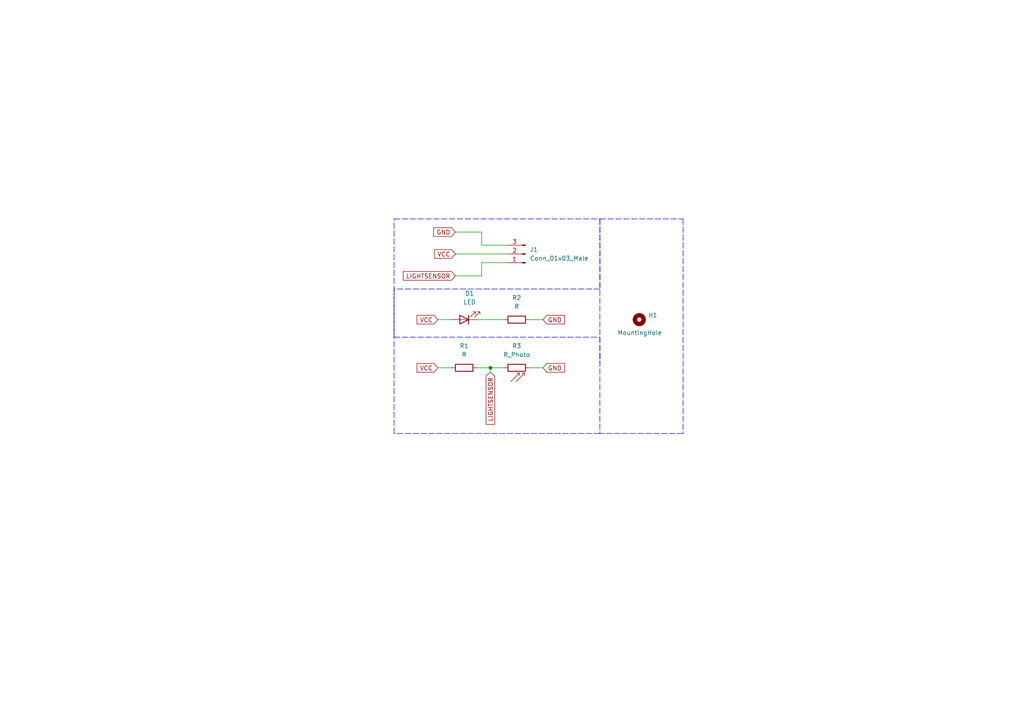
<source format=kicad_sch>
(kicad_sch (version 20211123) (generator eeschema)
  (paper "A4")
  (lib_symbols
    (symbol "Connector:Conn_01x03_Male" (pin_names (offset 1.016) hide)
      (property "Reference" "J" (at 0 5.08 0))
      (property "Value" "Conn_01x03_Male" (at 0 -5.08 0))
      (symbol "Conn_01x03_Male_1_1"
        (polyline (pts (xy 1.27 -2.54) (xy 0.8636 -2.54)) (stroke (width 0.1524)))
        (polyline (pts (xy 1.27 0) (xy 0.8636 0)) (stroke (width 0.1524)))
        (polyline (pts (xy 1.27 2.54) (xy 0.8636 2.54)) (stroke (width 0.1524)))
        (rectangle (start 0.8636 -2.413) (end 0 -2.667) (stroke (width 0.1524)) (fill (type outline)))
        (rectangle (start 0.8636 0.127) (end 0 -0.127) (stroke (width 0.1524)) (fill (type outline)))
        (rectangle (start 0.8636 2.667) (end 0 2.413) (stroke (width 0.1524)) (fill (type outline)))
        (pin passive line (at 5.08 2.54 180) (length 3.81) (name "Pin_1") (number "1"))
        (pin passive line (at 5.08 0 180) (length 3.81) (name "Pin_2") (number "2"))
        (pin passive line (at 5.08 -2.54 180) (length 3.81) (name "Pin_3") (number "3"))
      )
    )
    (symbol "Device:LED" (pin_numbers hide) (pin_names (offset 1.016) hide)
      (property "Reference" "D" (at 0 2.54 0))
      (property "Value" "LED" (at 0 -2.54 0))
      (symbol "LED_0_1"
        (polyline (pts (xy -1.27 -1.27) (xy -1.27 1.27)) (stroke (width 0.254)))
        (polyline (pts (xy -1.27 0) (xy 1.27 0)))
        (polyline (pts (xy 1.27 -1.27) (xy 1.27 1.27) (xy -1.27 0) (xy 1.27 -1.27)) (stroke (width 0.254)))
        (polyline (pts (xy -3.048 -0.762) (xy -4.572 -2.286) (xy -3.81 -2.286) (xy -4.572 -2.286) (xy -4.572 -1.524)))
        (polyline (pts (xy -1.778 -0.762) (xy -3.302 -2.286) (xy -2.54 -2.286) (xy -3.302 -2.286) (xy -3.302 -1.524)))
      )
      (symbol "LED_1_1"
        (pin passive line (at -3.81 0 0) (length 2.54) (name "K") (number "1"))
        (pin passive line (at 3.81 0 180) (length 2.54) (name "A") (number "2"))
      )
    )
    (symbol "Device:R" (pin_numbers hide) (pin_names (offset 0))
      (property "Reference" "R" (at 2.032 0 90))
      (property "Value" "R" (at 0 0 90))
      (symbol "R_0_1"
        (rectangle (start -1.016 -2.54) (end 1.016 2.54) (stroke (width 0.254)))
      )
      (symbol "R_1_1"
        (pin passive line (at 0 3.81 270) (length 1.27) (name "~") (number "1"))
        (pin passive line (at 0 -3.81 90) (length 1.27) (name "~") (number "2"))
      )
    )
    (symbol "Device:R_Photo" (pin_numbers hide) (pin_names (offset 0))
      (property "Reference" "R" (at 1.27 1.27 0))
      (property "Value" "R_Photo" (at 1.27 0 0))
      (symbol "R_Photo_0_1"
        (rectangle (start -1.016 2.54) (end 1.016 -2.54) (stroke (width 0.254)))
        (polyline (pts (xy -1.524 -2.286) (xy -4.064 0.254)))
        (polyline (pts (xy -1.524 -2.286) (xy -2.286 -2.286)))
        (polyline (pts (xy -1.524 -2.286) (xy -1.524 -1.524)))
        (polyline (pts (xy -1.524 -0.762) (xy -4.064 1.778)))
        (polyline (pts (xy -1.524 -0.762) (xy -2.286 -0.762)))
        (polyline (pts (xy -1.524 -0.762) (xy -1.524 0)))
      )
      (symbol "R_Photo_1_1"
        (pin passive line (at 0 3.81 270) (length 1.27) (name "~") (number "1"))
        (pin passive line (at 0 -3.81 90) (length 1.27) (name "~") (number "2"))
      )
    )
    (symbol "Mechanical:MountingHole" (pin_names (offset 1.016))
      (property "Reference" "H" (at 0 5.08 0))
      (property "Value" "MountingHole" (at 0 3.175 0))
      (symbol "MountingHole_0_1"
        (circle (center 0 0) (radius 1.27) (stroke (width 1.27)))
      )
    )
  )
  (junction (at 142.24 106.68))
  (wire (pts (xy 132.08 73.66) (xy 147.32 73.66)))
  (polyline (pts (xy 114.3 97.79) (xy 173.99 97.79)))
  (polyline (pts (xy 173.99 83.82) (xy 114.3 83.82)))
  (wire (pts (xy 153.67 92.71) (xy 157.48 92.71)))
  (polyline (pts (xy 114.3 83.82) (xy 114.3 97.79)))
  (wire (pts (xy 139.7 67.31) (xy 139.7 71.12)))
  (wire (pts (xy 138.43 106.68) (xy 142.24 106.68)))
  (polyline (pts (xy 173.99 97.79) (xy 173.99 105.41)))
  (polyline (pts (xy 173.99 102.87) (xy 173.99 104.14)))
  (wire (pts (xy 139.7 71.12) (xy 147.32 71.12)))
  (polyline (pts (xy 173.99 63.5) (xy 173.99 125.73)))
  (wire (pts (xy 142.24 106.68) (xy 142.24 107.95)))
  (wire (pts (xy 132.08 67.31) (xy 139.7 67.31)))
  (polyline (pts (xy 114.3 125.73) (xy 114.3 63.5)))
  (wire (pts (xy 127 106.68) (xy 130.81 106.68)))
  (polyline (pts (xy 173.99 63.5) (xy 198.12 63.5)))
  (wire (pts (xy 142.24 106.68) (xy 146.05 106.68)))
  (polyline (pts (xy 114.3 63.5) (xy 173.99 63.5)))
  (wire (pts (xy 153.67 106.68) (xy 157.48 106.68)))
  (polyline (pts (xy 198.12 125.73) (xy 173.99 125.73)))
  (wire (pts (xy 127 92.71) (xy 130.81 92.71)))
  (polyline (pts (xy 198.12 63.5) (xy 198.12 125.73)))
  (wire (pts (xy 138.43 92.71) (xy 146.05 92.71)))
  (polyline (pts (xy 173.99 63.5) (xy 173.99 83.82)))
  (wire (pts (xy 139.7 76.2) (xy 147.32 76.2)))
  (wire (pts (xy 132.08 80.01) (xy 139.7 80.01)))
  (wire (pts (xy 139.7 76.2) (xy 139.7 80.01)))
  (polyline (pts (xy 173.99 125.73) (xy 114.3 125.73)))
  (global_label "GND" (shape input) (at 132.08 67.31 180) (property "Intersheet References" "${INTERSHEET_REFS}" (effects hide)))
  (global_label "VCC" (shape input) (at 127 106.68 180) (property "Intersheet References" "${INTERSHEET_REFS}" (effects hide)))
  (global_label "VCC" (shape input) (at 127 92.71 180) (property "Intersheet References" "${INTERSHEET_REFS}" (effects hide)))
  (global_label "GND" (shape input) (at 157.48 92.71 0) (property "Intersheet References" "${INTERSHEET_REFS}" (effects hide)))
  (global_label "LIGHTSENSOR" (shape input) (at 132.08 80.01 180) (property "Intersheet References" "${INTERSHEET_REFS}" (effects hide)))
  (global_label "LIGHTSENSOR" (shape input) (at 142.24 107.95 270) (property "Intersheet References" "${INTERSHEET_REFS}" (effects hide)))
  (global_label "GND" (shape input) (at 157.48 106.68 0) (property "Intersheet References" "${INTERSHEET_REFS}" (effects hide)))
  (global_label "VCC" (shape input) (at 132.08 73.66 180) (property "Intersheet References" "${INTERSHEET_REFS}" (effects hide)))
  (symbol (lib_id "Device:R") (at 149.86 92.71 90) (unit 1)
    (property "Reference" "R2" (at 149.86 86.36 90))
    (property "Value" "R" (at 149.86 88.9 90))
    (property "Footprint" "Resistor_THT:R_Axial_DIN0207_L6.3mm_D2.5mm_P7.62mm_Horizontal" (effects hide))
  )
  (symbol (lib_id "Mechanical:MountingHole") (at 185.42 92.71 0) (unit 1)
    (property "Reference" "H1" (at 187.96 91.4399 0) (effects (justify left)))
    (property "Value" "MountingHole" (at 179.07 96.52 0) (effects (justify left)))
    (property "Footprint" "MountingHole:MountingHole_3.2mm_M3" (effects hide))
  )
  (symbol (lib_id "Device:R_Photo") (at 149.86 106.68 90) (unit 1)
    (property "Reference" "R3" (at 149.86 100.33 90))
    (property "Value" "R_Photo" (at 149.86 102.87 90))
    (property "Footprint" "LED_THT:LED_D5.0mm" (effects hide))
  )
  (symbol (lib_id "Device:LED") (at 134.62 92.71 180) (unit 1)
    (property "Reference" "D1" (at 136.2075 85.09 0))
    (property "Value" "LED" (at 136.2075 87.63 0))
    (property "Footprint" "LED_THT:LED_D5.0mm" (effects hide))
  )
  (symbol (lib_id "Device:R") (at 134.62 106.68 90) (unit 1)
    (property "Reference" "R1" (at 134.62 100.33 90))
    (property "Value" "R" (at 134.62 102.87 90))
    (property "Footprint" "Resistor_THT:R_Axial_DIN0207_L6.3mm_D2.5mm_P7.62mm_Horizontal" (effects hide))
  )
  (symbol (lib_id "Connector:Conn_01x03_Male") (at 152.4 73.66 180) (unit 1)
    (property "Reference" "J1" (at 153.67 72.3899 0) (effects (justify right)))
    (property "Value" "Conn_01x03_Male" (at 153.67 74.9299 0) (effects (justify right)))
    (property "Footprint" "Connector_PinHeader_2.54mm:PinHeader_1x03_P2.54mm_Vertical" (effects hide))
  )
)
</source>
